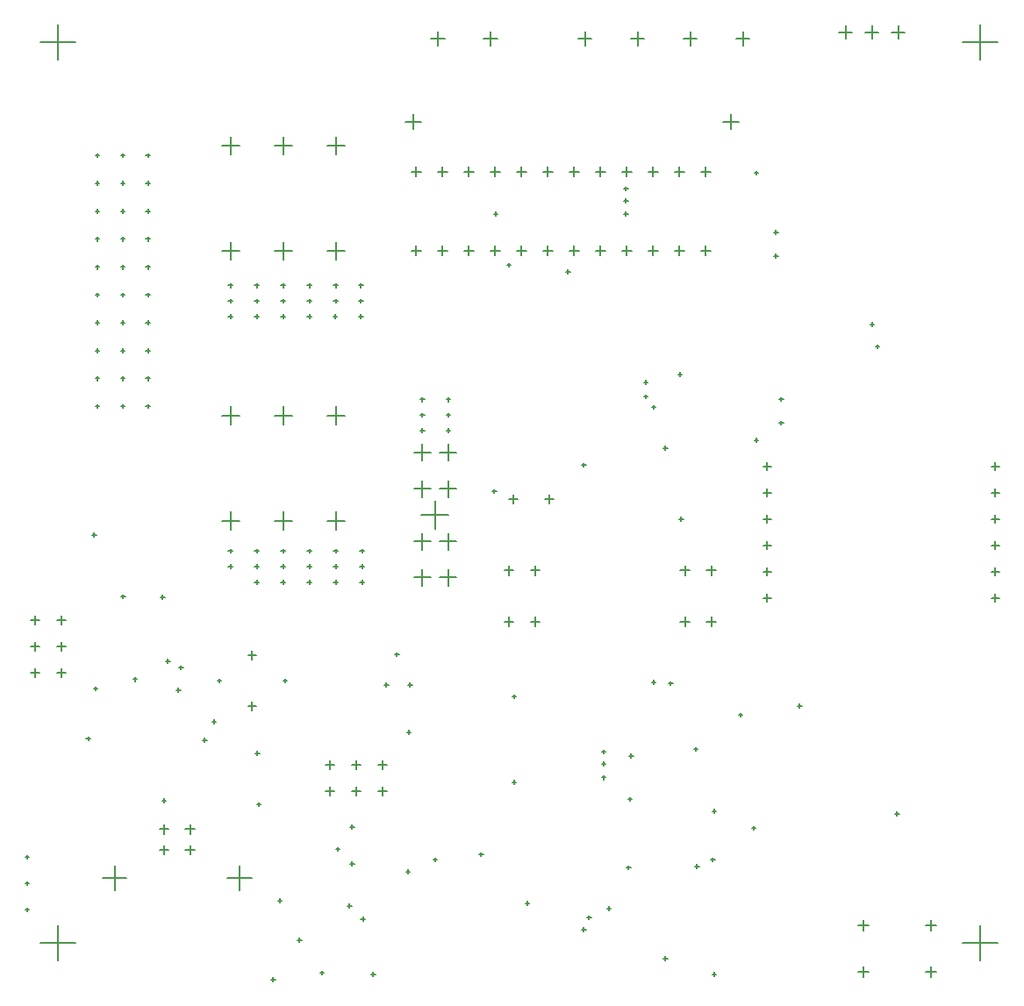
<source format=gbr>
%TF.GenerationSoftware,Altium Limited,Altium Designer,25.2.1 (25)*%
G04 Layer_Color=128*
%FSLAX43Y43*%
%MOMM*%
%TF.SameCoordinates,66537E59-A43E-40DC-9FEC-BE63E116DA79*%
%TF.FilePolarity,Positive*%
%TF.FileFunction,Drillmap*%
%TF.Part,Single*%
G01*
G75*
%TA.AperFunction,NonConductor*%
%ADD71C,0.127*%
D71*
X47550Y40500D02*
X48450D01*
X48000Y40050D02*
Y40950D01*
X50090Y40500D02*
X50990D01*
X50540Y40050D02*
Y40950D01*
X14300Y15500D02*
X15200D01*
X14750Y15050D02*
Y15950D01*
X16800Y15500D02*
X17700D01*
X17250Y15050D02*
Y15950D01*
X16800Y13500D02*
X17700D01*
X17250Y13050D02*
Y13950D01*
X14300Y13500D02*
X15200D01*
X14750Y13050D02*
Y13950D01*
X20870Y10800D02*
X23170D01*
X22020Y9650D02*
Y11950D01*
X8830Y10800D02*
X11130D01*
X9980Y9650D02*
Y11950D01*
X67090Y35560D02*
X67990D01*
X67540Y35110D02*
Y36010D01*
X64550Y35560D02*
X65450D01*
X65000Y35110D02*
Y36010D01*
X81721Y1742D02*
X82721D01*
X82221Y1242D02*
Y2242D01*
X88221Y1742D02*
X89221D01*
X88721Y1242D02*
Y2242D01*
X81721Y6242D02*
X82721D01*
X82221Y5742D02*
Y6742D01*
X88221Y6242D02*
X89221D01*
X88721Y5742D02*
Y6742D01*
X72566Y42926D02*
X73328D01*
X72947Y42545D02*
Y43307D01*
X94566Y50546D02*
X95328D01*
X94947Y50165D02*
Y50927D01*
X94566Y48006D02*
X95328D01*
X94947Y47625D02*
Y48387D01*
X94566Y45466D02*
X95328D01*
X94947Y45085D02*
Y45847D01*
X94566Y42926D02*
X95328D01*
X94947Y42545D02*
Y43307D01*
X94566Y40386D02*
X95328D01*
X94947Y40005D02*
Y40767D01*
X94566Y37846D02*
X95328D01*
X94947Y37465D02*
Y38227D01*
X72566Y50546D02*
X73328D01*
X72947Y50165D02*
Y50927D01*
X72566Y48006D02*
X73328D01*
X72947Y47625D02*
Y48387D01*
X72566Y45466D02*
X73328D01*
X72947Y45085D02*
Y45847D01*
X72566Y40386D02*
X73328D01*
X72947Y40005D02*
Y40767D01*
X72566Y37846D02*
X73328D01*
X72947Y37465D02*
Y38227D01*
X30450Y71300D02*
X32150D01*
X31300Y70450D02*
Y72150D01*
X25370Y71300D02*
X27070D01*
X26220Y70450D02*
Y72150D01*
X20290Y71300D02*
X21990D01*
X21140Y70450D02*
Y72150D01*
X30450Y81460D02*
X32150D01*
X31300Y80610D02*
Y82310D01*
X25370Y81460D02*
X27070D01*
X26220Y80610D02*
Y82310D01*
X20290Y81460D02*
X21990D01*
X21140Y80610D02*
Y82310D01*
X66525Y71374D02*
X67475D01*
X67000Y70899D02*
Y71849D01*
X63985Y71374D02*
X64935D01*
X64460Y70899D02*
Y71849D01*
X61445Y71374D02*
X62395D01*
X61920Y70899D02*
Y71849D01*
X58905Y71374D02*
X59855D01*
X59380Y70899D02*
Y71849D01*
X56365Y71374D02*
X57315D01*
X56840Y70899D02*
Y71849D01*
X53825Y71374D02*
X54775D01*
X54300Y70899D02*
Y71849D01*
X51285Y71374D02*
X52235D01*
X51760Y70899D02*
Y71849D01*
X48745Y71374D02*
X49695D01*
X49220Y70899D02*
Y71849D01*
X38585Y71374D02*
X39535D01*
X39060Y70899D02*
Y71849D01*
X41125Y71374D02*
X42075D01*
X41600Y70899D02*
Y71849D01*
X43665Y71374D02*
X44615D01*
X44140Y70899D02*
Y71849D01*
X46205Y71374D02*
X47155D01*
X46680Y70899D02*
Y71849D01*
X66525Y78994D02*
X67475D01*
X67000Y78519D02*
Y79469D01*
X63985Y78994D02*
X64935D01*
X64460Y78519D02*
Y79469D01*
X61445Y78994D02*
X62395D01*
X61920Y78519D02*
Y79469D01*
X58905Y78994D02*
X59855D01*
X59380Y78519D02*
Y79469D01*
X56365Y78994D02*
X57315D01*
X56840Y78519D02*
Y79469D01*
X53825Y78994D02*
X54775D01*
X54300Y78519D02*
Y79469D01*
X51285Y78994D02*
X52235D01*
X51760Y78519D02*
Y79469D01*
X48745Y78994D02*
X49695D01*
X49220Y78519D02*
Y79469D01*
X38585Y78994D02*
X39535D01*
X39060Y78519D02*
Y79469D01*
X41125Y78994D02*
X42075D01*
X41600Y78519D02*
Y79469D01*
X43665Y78994D02*
X44615D01*
X44140Y78519D02*
Y79469D01*
X46205Y78994D02*
X47155D01*
X46680Y78519D02*
Y79469D01*
X30450Y45300D02*
X32150D01*
X31300Y44450D02*
Y46150D01*
X25370Y45300D02*
X27070D01*
X26220Y44450D02*
Y46150D01*
X20290Y45300D02*
X21990D01*
X21140Y44450D02*
Y46150D01*
X30450Y55460D02*
X32150D01*
X31300Y54610D02*
Y56310D01*
X25370Y55460D02*
X27070D01*
X26220Y54610D02*
Y56310D01*
X20290Y55460D02*
X21990D01*
X21140Y54610D02*
Y56310D01*
X40498Y91821D02*
X41798D01*
X41148Y91171D02*
Y92471D01*
X45578Y91821D02*
X46878D01*
X46228Y91171D02*
Y92471D01*
X38013Y83820D02*
X39513D01*
X38763Y83070D02*
Y84570D01*
X68713Y83820D02*
X70213D01*
X69463Y83070D02*
Y84570D01*
X1836Y35687D02*
X2736D01*
X2286Y35237D02*
Y36137D01*
X4376Y35687D02*
X5276D01*
X4826Y35237D02*
Y36137D01*
X1836Y33147D02*
X2736D01*
X2286Y32697D02*
Y33597D01*
X4376Y33147D02*
X5276D01*
X4826Y32697D02*
Y33597D01*
X1836Y30607D02*
X2736D01*
X2286Y30157D02*
Y31057D01*
X4376Y30607D02*
X5276D01*
X4826Y30157D02*
Y31057D01*
X35364Y21717D02*
X36264D01*
X35814Y21267D02*
Y22167D01*
X35364Y19177D02*
X36264D01*
X35814Y18727D02*
Y19627D01*
X32824Y21717D02*
X33724D01*
X33274Y21267D02*
Y22167D01*
X32824Y19177D02*
X33724D01*
X33274Y18727D02*
Y19627D01*
X30284Y21717D02*
X31184D01*
X30734Y21267D02*
Y22167D01*
X30284Y19177D02*
X31184D01*
X30734Y18727D02*
Y19627D01*
X69930Y91821D02*
X71230D01*
X70580Y91171D02*
Y92471D01*
X64850Y91821D02*
X66150D01*
X65500Y91171D02*
Y92471D01*
X59770Y91821D02*
X61070D01*
X60420Y91171D02*
Y92471D01*
X54690Y91821D02*
X55990D01*
X55340Y91171D02*
Y92471D01*
X22841Y27411D02*
X23641D01*
X23241Y27011D02*
Y27811D01*
X22841Y32291D02*
X23641D01*
X23241Y31891D02*
Y32691D01*
X84966Y92456D02*
X86166D01*
X85566Y91856D02*
Y93056D01*
X82426Y92456D02*
X83626D01*
X83026Y91856D02*
Y93056D01*
X79886Y92456D02*
X81086D01*
X80486Y91856D02*
Y93056D01*
X51518Y47371D02*
X52368D01*
X51943Y46946D02*
Y47796D01*
X48018Y47371D02*
X48868D01*
X48443Y46946D02*
Y47796D01*
X39544Y45847D02*
X42194D01*
X40869Y44522D02*
Y47172D01*
X38864Y39807D02*
X40464D01*
X39664Y39007D02*
Y40607D01*
X41364Y39807D02*
X42964D01*
X42164Y39007D02*
Y40607D01*
X38864Y43307D02*
X40464D01*
X39664Y42507D02*
Y44107D01*
X41364Y43307D02*
X42964D01*
X42164Y42507D02*
Y44107D01*
X38864Y48387D02*
X40464D01*
X39664Y47587D02*
Y49187D01*
X41364Y48387D02*
X42964D01*
X42164Y47587D02*
Y49187D01*
X38864Y51887D02*
X40464D01*
X39664Y51087D02*
Y52687D01*
X41364Y51887D02*
X42964D01*
X42164Y51087D02*
Y52687D01*
X50090Y35560D02*
X50990D01*
X50540Y35110D02*
Y36010D01*
X47550Y35560D02*
X48450D01*
X48000Y35110D02*
Y36010D01*
X67090Y40500D02*
X67990D01*
X67540Y40050D02*
Y40950D01*
X64550Y40500D02*
X65450D01*
X65000Y40050D02*
Y40950D01*
X91800Y4500D02*
X95200D01*
X93500Y2800D02*
Y6200D01*
X91800Y91500D02*
X95200D01*
X93500Y89800D02*
Y93200D01*
X2800Y91500D02*
X6200D01*
X4500Y89800D02*
Y93200D01*
X2800Y4500D02*
X6200D01*
X4500Y2800D02*
Y6200D01*
X29772Y1651D02*
X30172D01*
X29972Y1451D02*
Y1851D01*
X14532Y18288D02*
X14932D01*
X14732Y18088D02*
Y18488D01*
X18469Y24130D02*
X18869D01*
X18669Y23930D02*
Y24330D01*
X67618Y1524D02*
X68018D01*
X67818Y1324D02*
Y1724D01*
X65967Y11938D02*
X66367D01*
X66167Y11738D02*
Y12138D01*
X40694Y12573D02*
X41094D01*
X40894Y12373D02*
Y12773D01*
X49584Y8382D02*
X49984D01*
X49784Y8182D02*
Y8582D01*
X61776Y29718D02*
X62176D01*
X61976Y29518D02*
Y29918D01*
X61776Y56261D02*
X62176D01*
X61976Y56061D02*
Y56461D01*
X61014Y57277D02*
X61414D01*
X61214Y57077D02*
Y57477D01*
X61014Y58674D02*
X61414D01*
X61214Y58474D02*
Y58874D01*
X56950Y20500D02*
X57350D01*
X57150Y20300D02*
Y20700D01*
X70158Y26543D02*
X70558D01*
X70358Y26343D02*
Y26743D01*
X47806Y69977D02*
X48206D01*
X48006Y69777D02*
Y70177D01*
X55045Y50673D02*
X55445D01*
X55245Y50473D02*
Y50873D01*
X37011Y32385D02*
X37411D01*
X37211Y32185D02*
Y32585D01*
X38281Y29464D02*
X38681D01*
X38481Y29264D02*
Y29664D01*
X35995Y29464D02*
X36395D01*
X36195Y29264D02*
Y29664D01*
X73587Y70866D02*
X73987D01*
X73787Y70666D02*
Y71066D01*
X46409Y48133D02*
X46809D01*
X46609Y47933D02*
Y48333D01*
X32693Y15748D02*
X33093D01*
X32893Y15548D02*
Y15948D01*
X38154Y24892D02*
X38554D01*
X38354Y24692D02*
Y25092D01*
X62919Y52324D02*
X63319D01*
X63119Y52124D02*
Y52524D01*
X71682Y78867D02*
X72082D01*
X71882Y78667D02*
Y79067D01*
X73587Y73152D02*
X73987D01*
X73787Y72952D02*
Y73352D01*
X71682Y53086D02*
X72082D01*
X71882Y52886D02*
Y53286D01*
X74095Y54737D02*
X74495D01*
X74295Y54537D02*
Y54937D01*
X74095Y57023D02*
X74495D01*
X74295Y56823D02*
Y57223D01*
X64316Y59436D02*
X64716D01*
X64516Y59236D02*
Y59636D01*
X85271Y17018D02*
X85671D01*
X85471Y16818D02*
Y17218D01*
X75873Y27432D02*
X76273D01*
X76073Y27232D02*
Y27632D01*
X71428Y15621D02*
X71828D01*
X71628Y15421D02*
Y15821D01*
X67491Y12573D02*
X67891D01*
X67691Y12373D02*
Y12773D01*
X83366Y62103D02*
X83766D01*
X83566Y61903D02*
Y62303D01*
X25073Y1016D02*
X25473D01*
X25273Y816D02*
Y1216D01*
X55553Y6985D02*
X55953D01*
X55753Y6785D02*
Y7185D01*
X27613Y4826D02*
X28013D01*
X27813Y4626D02*
Y5026D01*
X31296Y13589D02*
X31696D01*
X31496Y13389D02*
Y13789D01*
X32693Y12192D02*
X33093D01*
X32893Y11992D02*
Y12392D01*
X38075Y11430D02*
X38475D01*
X38275Y11230D02*
Y11630D01*
X32439Y8128D02*
X32839D01*
X32639Y7928D02*
Y8328D01*
X7233Y24257D02*
X7633D01*
X7433Y24057D02*
Y24457D01*
X23676Y17907D02*
X24076D01*
X23876Y17707D02*
Y18107D01*
X7801Y43942D02*
X8201D01*
X8001Y43742D02*
Y44142D01*
X11738Y29985D02*
X12138D01*
X11938Y29785D02*
Y30185D01*
X7928Y29083D02*
X8328D01*
X8128Y28883D02*
Y29283D01*
X48314Y28321D02*
X48714D01*
X48514Y28121D02*
Y28521D01*
X53521Y69342D02*
X53921D01*
X53721Y69142D02*
Y69542D01*
X82858Y64262D02*
X83258D01*
X83058Y64062D02*
Y64462D01*
X59109Y77343D02*
X59509D01*
X59309Y77143D02*
Y77543D01*
X59109Y76200D02*
X59509D01*
X59309Y76000D02*
Y76400D01*
X14400Y37910D02*
X14800D01*
X14600Y37709D02*
Y38110D01*
X10600Y37973D02*
X11000D01*
X10800Y37773D02*
Y38173D01*
X56950Y21844D02*
X57350D01*
X57150Y21644D02*
Y22044D01*
X56950Y22987D02*
X57350D01*
X57150Y22787D02*
Y23187D01*
X59617Y22606D02*
X60017D01*
X59817Y22406D02*
Y22806D01*
X59490Y18415D02*
X59890D01*
X59690Y18215D02*
Y18615D01*
X15929Y28956D02*
X16329D01*
X16129Y28756D02*
Y29156D01*
X19358Y25908D02*
X19758D01*
X19558Y25708D02*
Y26108D01*
X14913Y31750D02*
X15313D01*
X15113Y31550D02*
Y31950D01*
X16183Y31115D02*
X16583D01*
X16383Y30915D02*
Y31315D01*
X1324Y12827D02*
X1724D01*
X1524Y12627D02*
Y13027D01*
X1324Y10287D02*
X1724D01*
X1524Y10087D02*
Y10487D01*
X1324Y7747D02*
X1724D01*
X1524Y7547D02*
Y7947D01*
X26216Y29845D02*
X26616D01*
X26416Y29645D02*
Y30045D01*
X19866Y29845D02*
X20266D01*
X20066Y29645D02*
Y30045D01*
X23549Y22860D02*
X23949D01*
X23749Y22660D02*
Y23060D01*
X33726Y6858D02*
X34126D01*
X33926Y6658D02*
Y7058D01*
X55045Y5842D02*
X55445D01*
X55245Y5642D02*
Y6042D01*
X48314Y20066D02*
X48714D01*
X48514Y19866D02*
Y20266D01*
X64443Y45466D02*
X64843D01*
X64643Y45266D02*
Y45666D01*
X59109Y74930D02*
X59509D01*
X59309Y74730D02*
Y75130D01*
X46536Y74930D02*
X46936D01*
X46736Y74730D02*
Y75130D01*
X45139Y13081D02*
X45539D01*
X45339Y12881D02*
Y13281D01*
X62919Y3048D02*
X63319D01*
X63119Y2848D02*
Y3248D01*
X57458Y7874D02*
X57858D01*
X57658Y7674D02*
Y8074D01*
X67618Y17272D02*
X68018D01*
X67818Y17072D02*
Y17472D01*
X65840Y23241D02*
X66240D01*
X66040Y23041D02*
Y23441D01*
X59363Y11811D02*
X59763D01*
X59563Y11611D02*
Y12011D01*
X63427Y29591D02*
X63827D01*
X63627Y29391D02*
Y29791D01*
X34725Y1524D02*
X35125D01*
X34925Y1324D02*
Y1724D01*
X25708Y8636D02*
X26108D01*
X25908Y8436D02*
Y8836D01*
X8100Y75182D02*
X8500D01*
X8300Y74982D02*
Y75382D01*
X8100Y61724D02*
X8500D01*
X8300Y61524D02*
Y61924D01*
X8100Y67107D02*
X8500D01*
X8300Y66907D02*
Y67307D01*
X8100Y72490D02*
X8500D01*
X8300Y72290D02*
Y72690D01*
X8100Y64416D02*
X8500D01*
X8300Y64216D02*
Y64616D01*
X8100Y69799D02*
X8500D01*
X8300Y69599D02*
Y69999D01*
X8100Y59032D02*
X8500D01*
X8300Y58832D02*
Y59232D01*
X8100Y56340D02*
X8500D01*
X8300Y56140D02*
Y56540D01*
X8100Y77874D02*
X8500D01*
X8300Y77674D02*
Y78074D01*
X8100Y80566D02*
X8500D01*
X8300Y80366D02*
Y80766D01*
X13000Y75182D02*
X13400D01*
X13200Y74982D02*
Y75382D01*
X13000Y61724D02*
X13400D01*
X13200Y61524D02*
Y61924D01*
X13000Y67107D02*
X13400D01*
X13200Y66907D02*
Y67307D01*
X13000Y72490D02*
X13400D01*
X13200Y72290D02*
Y72690D01*
X13000Y64416D02*
X13400D01*
X13200Y64216D02*
Y64616D01*
X13000Y69799D02*
X13400D01*
X13200Y69599D02*
Y69999D01*
X13000Y59032D02*
X13400D01*
X13200Y58832D02*
Y59232D01*
X13000Y56340D02*
X13400D01*
X13200Y56140D02*
Y56540D01*
X13000Y77874D02*
X13400D01*
X13200Y77674D02*
Y78074D01*
X13000Y80566D02*
X13400D01*
X13200Y80366D02*
Y80766D01*
X10550Y80566D02*
X10950D01*
X10750Y80366D02*
Y80766D01*
X10550Y77874D02*
X10950D01*
X10750Y77674D02*
Y78074D01*
X10550Y56340D02*
X10950D01*
X10750Y56140D02*
Y56540D01*
X10550Y59032D02*
X10950D01*
X10750Y58832D02*
Y59232D01*
X10550Y69799D02*
X10950D01*
X10750Y69599D02*
Y69999D01*
X10550Y64416D02*
X10950D01*
X10750Y64216D02*
Y64616D01*
X10550Y72490D02*
X10950D01*
X10750Y72290D02*
Y72690D01*
X10550Y67107D02*
X10950D01*
X10750Y66907D02*
Y67307D01*
X10550Y61724D02*
X10950D01*
X10750Y61524D02*
Y61924D01*
X10550Y75182D02*
X10950D01*
X10750Y74982D02*
Y75382D01*
X20940Y40870D02*
X21340D01*
X21140Y40670D02*
Y41070D01*
X31100Y40870D02*
X31500D01*
X31300Y40670D02*
Y41070D01*
X26020Y40870D02*
X26420D01*
X26220Y40670D02*
Y41070D01*
X28560Y40870D02*
X28960D01*
X28760Y40670D02*
Y41070D01*
X23480Y40870D02*
X23880D01*
X23680Y40670D02*
Y41070D01*
X23480Y42370D02*
X23880D01*
X23680Y42170D02*
Y42570D01*
X28560Y42370D02*
X28960D01*
X28760Y42170D02*
Y42570D01*
X26020Y42370D02*
X26420D01*
X26220Y42170D02*
Y42570D01*
X31100Y42370D02*
X31500D01*
X31300Y42170D02*
Y42570D01*
X20940Y42370D02*
X21340D01*
X21140Y42170D02*
Y42570D01*
X23480Y39370D02*
X23880D01*
X23680Y39170D02*
Y39570D01*
X26020Y39370D02*
X26420D01*
X26220Y39170D02*
Y39570D01*
X31100Y39370D02*
X31500D01*
X31300Y39170D02*
Y39570D01*
X33640Y42370D02*
X34040D01*
X33840Y42170D02*
Y42570D01*
X33640Y40870D02*
X34040D01*
X33840Y40670D02*
Y41070D01*
X28560Y39370D02*
X28960D01*
X28760Y39170D02*
Y39570D01*
X33640Y39370D02*
X34040D01*
X33840Y39170D02*
Y39570D01*
X41964Y54000D02*
X42364D01*
X42164Y53800D02*
Y54200D01*
X39464Y54000D02*
X39864D01*
X39664Y53800D02*
Y54200D01*
X39464Y57000D02*
X39864D01*
X39664Y56800D02*
Y57200D01*
X41964Y57000D02*
X42364D01*
X42164Y56800D02*
Y57200D01*
X41964Y55500D02*
X42364D01*
X42164Y55300D02*
Y55700D01*
X39464Y55500D02*
X39864D01*
X39664Y55300D02*
Y55700D01*
X33524Y65000D02*
X33924D01*
X33724Y64800D02*
Y65200D01*
X28560Y65000D02*
X28960D01*
X28760Y64800D02*
Y65200D01*
X33524Y66500D02*
X33924D01*
X33724Y66300D02*
Y66700D01*
X33524Y68000D02*
X33924D01*
X33724Y67800D02*
Y68200D01*
X20940Y65000D02*
X21340D01*
X21140Y64800D02*
Y65200D01*
X31042Y65000D02*
X31442D01*
X31242Y64800D02*
Y65200D01*
X26020Y65000D02*
X26420D01*
X26220Y64800D02*
Y65200D01*
X23480Y65000D02*
X23880D01*
X23680Y64800D02*
Y65200D01*
X20940Y68000D02*
X21340D01*
X21140Y67800D02*
Y68200D01*
X31100Y68000D02*
X31500D01*
X31300Y67800D02*
Y68200D01*
X26020Y68000D02*
X26420D01*
X26220Y67800D02*
Y68200D01*
X28560Y68000D02*
X28960D01*
X28760Y67800D02*
Y68200D01*
X23480Y68000D02*
X23880D01*
X23680Y67800D02*
Y68200D01*
X23480Y66500D02*
X23880D01*
X23680Y66300D02*
Y66700D01*
X28560Y66500D02*
X28960D01*
X28760Y66300D02*
Y66700D01*
X26020Y66500D02*
X26420D01*
X26220Y66300D02*
Y66700D01*
X31100Y66500D02*
X31500D01*
X31300Y66300D02*
Y66700D01*
X20940Y66500D02*
X21340D01*
X21140Y66300D02*
Y66700D01*
%TF.MD5,db7c5d2ce47044373820d028da8acc3f*%
M02*

</source>
